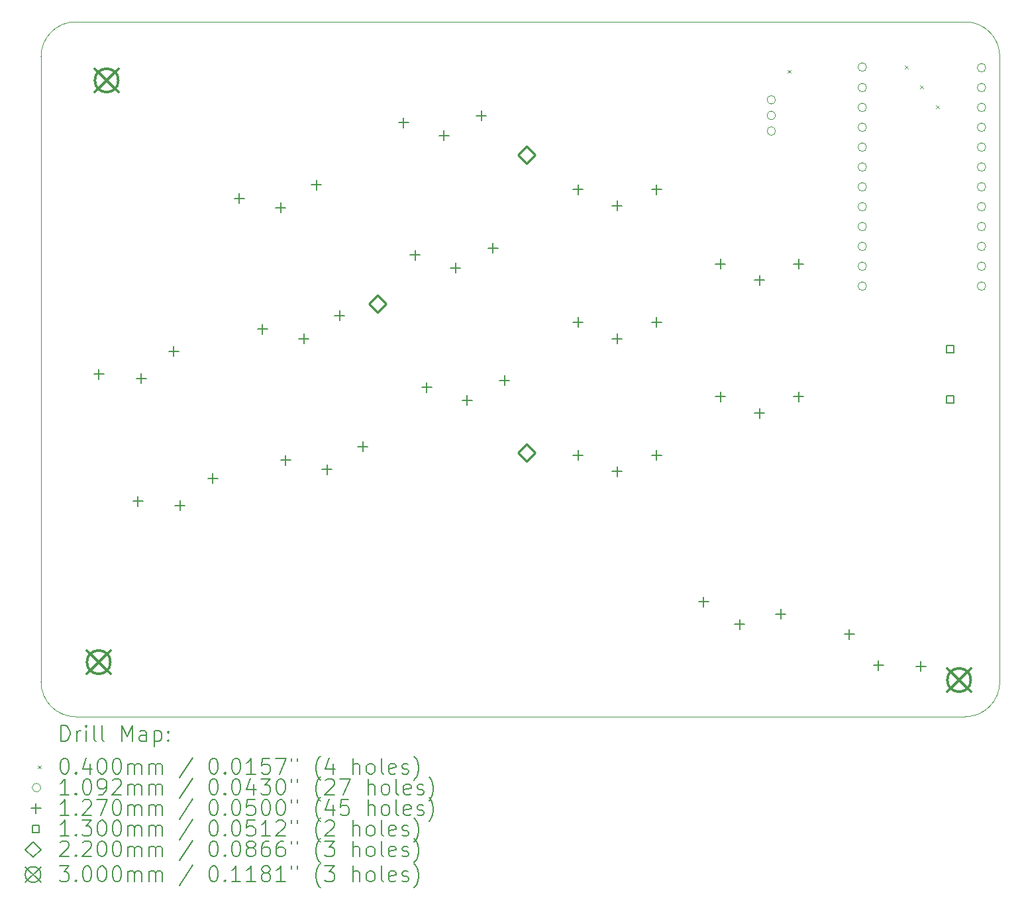
<source format=gbr>
%FSLAX45Y45*%
G04 Gerber Fmt 4.5, Leading zero omitted, Abs format (unit mm)*
G04 Created by KiCad (PCBNEW (6.0.4)) date 2022-07-31 18:16:25*
%MOMM*%
%LPD*%
G01*
G04 APERTURE LIST*
%TA.AperFunction,Profile*%
%ADD10C,0.050000*%
%TD*%
%ADD11C,0.200000*%
%ADD12C,0.040000*%
%ADD13C,0.109220*%
%ADD14C,0.127000*%
%ADD15C,0.130000*%
%ADD16C,0.220000*%
%ADD17C,0.300000*%
G04 APERTURE END LIST*
D10*
X16431618Y3825490D02*
X16431979Y11826325D01*
X4176475Y3825325D02*
G75*
G03*
X4620979Y3380825I444505J5D01*
G01*
X16431975Y11826325D02*
G75*
G03*
X15987479Y12270825I-444495J5D01*
G01*
X4620979Y3380825D02*
X15987118Y3380990D01*
X4176115Y11826612D02*
X4176479Y3825325D01*
X15987479Y12270825D02*
X4620615Y12271112D01*
X4620615Y12271112D02*
G75*
G03*
X4176115Y11826612I0J-444500D01*
G01*
X15987118Y3380991D02*
G75*
G03*
X16431618Y3825490I2J444499D01*
G01*
D11*
D12*
X13722043Y11656454D02*
X13762043Y11616454D01*
X13762043Y11656454D02*
X13722043Y11616454D01*
X15220000Y11711295D02*
X15260000Y11671295D01*
X15260000Y11711295D02*
X15220000Y11671295D01*
X15410459Y11455023D02*
X15450459Y11415023D01*
X15450459Y11455023D02*
X15410459Y11415023D01*
X15618978Y11200615D02*
X15658978Y11160615D01*
X15658978Y11200615D02*
X15618978Y11160615D01*
D13*
X13565589Y11273825D02*
G75*
G03*
X13565589Y11273825I-54610J0D01*
G01*
X13565589Y11073825D02*
G75*
G03*
X13565589Y11073825I-54610J0D01*
G01*
X13565589Y10873825D02*
G75*
G03*
X13565589Y10873825I-54610J0D01*
G01*
X14728331Y11692609D02*
G75*
G03*
X14728331Y11692609I-54610J0D01*
G01*
X14728331Y11430235D02*
G75*
G03*
X14728331Y11430235I-54610J0D01*
G01*
X14728331Y11176235D02*
G75*
G03*
X14728331Y11176235I-54610J0D01*
G01*
X14728331Y10922235D02*
G75*
G03*
X14728331Y10922235I-54610J0D01*
G01*
X14728331Y10668235D02*
G75*
G03*
X14728331Y10668235I-54610J0D01*
G01*
X14728331Y10414235D02*
G75*
G03*
X14728331Y10414235I-54610J0D01*
G01*
X14728331Y10160235D02*
G75*
G03*
X14728331Y10160235I-54610J0D01*
G01*
X14728331Y9906235D02*
G75*
G03*
X14728331Y9906235I-54610J0D01*
G01*
X14728331Y9652235D02*
G75*
G03*
X14728331Y9652235I-54610J0D01*
G01*
X14728331Y9398235D02*
G75*
G03*
X14728331Y9398235I-54610J0D01*
G01*
X14728331Y9144235D02*
G75*
G03*
X14728331Y9144235I-54610J0D01*
G01*
X14728331Y8890235D02*
G75*
G03*
X14728331Y8890235I-54610J0D01*
G01*
X16252331Y11684235D02*
G75*
G03*
X16252331Y11684235I-54610J0D01*
G01*
X16252331Y11430235D02*
G75*
G03*
X16252331Y11430235I-54610J0D01*
G01*
X16252331Y11176235D02*
G75*
G03*
X16252331Y11176235I-54610J0D01*
G01*
X16252331Y10922235D02*
G75*
G03*
X16252331Y10922235I-54610J0D01*
G01*
X16252331Y10668235D02*
G75*
G03*
X16252331Y10668235I-54610J0D01*
G01*
X16252331Y10414235D02*
G75*
G03*
X16252331Y10414235I-54610J0D01*
G01*
X16252331Y10160235D02*
G75*
G03*
X16252331Y10160235I-54610J0D01*
G01*
X16252331Y9906235D02*
G75*
G03*
X16252331Y9906235I-54610J0D01*
G01*
X16252331Y9652235D02*
G75*
G03*
X16252331Y9652235I-54610J0D01*
G01*
X16252331Y9398235D02*
G75*
G03*
X16252331Y9398235I-54610J0D01*
G01*
X16252331Y9144235D02*
G75*
G03*
X16252331Y9144235I-54610J0D01*
G01*
X16252331Y8890235D02*
G75*
G03*
X16252331Y8890235I-54610J0D01*
G01*
D14*
X4917175Y7826915D02*
X4917175Y7699915D01*
X4853675Y7763415D02*
X4980675Y7763415D01*
X5414207Y6201196D02*
X5414207Y6074196D01*
X5350707Y6137696D02*
X5477707Y6137696D01*
X5456725Y7772276D02*
X5456725Y7645276D01*
X5393225Y7708776D02*
X5520225Y7708776D01*
X5873479Y8119286D02*
X5873479Y7992286D01*
X5809979Y8055786D02*
X5936979Y8055786D01*
X5953757Y6146558D02*
X5953757Y6019558D01*
X5890257Y6083058D02*
X6017257Y6083058D01*
X6370511Y6493568D02*
X6370511Y6366568D01*
X6307011Y6430068D02*
X6434011Y6430068D01*
X6712293Y10076956D02*
X6712293Y9949956D01*
X6648793Y10013456D02*
X6775793Y10013456D01*
X7007495Y8402783D02*
X7007495Y8275782D01*
X6943995Y8339282D02*
X7070995Y8339282D01*
X7241163Y9956970D02*
X7241163Y9829970D01*
X7177663Y9893470D02*
X7304663Y9893470D01*
X7302697Y6728609D02*
X7302697Y6601609D01*
X7239197Y6665109D02*
X7366197Y6665109D01*
X7536365Y8282797D02*
X7536365Y8155797D01*
X7472865Y8219297D02*
X7599865Y8219297D01*
X7697101Y10250604D02*
X7697101Y10123604D01*
X7633601Y10187104D02*
X7760601Y10187104D01*
X7831567Y6608624D02*
X7831567Y6481624D01*
X7768067Y6545124D02*
X7895067Y6545124D01*
X7992303Y8576431D02*
X7992303Y8449431D01*
X7928803Y8512931D02*
X8055803Y8512931D01*
X8287505Y6902257D02*
X8287505Y6775257D01*
X8224005Y6838757D02*
X8351005Y6838757D01*
X8809021Y11046316D02*
X8809021Y10919316D01*
X8745521Y10982816D02*
X8872521Y10982816D01*
X8957186Y9352785D02*
X8957186Y9225785D01*
X8893686Y9289285D02*
X9020686Y9289285D01*
X9105351Y7659254D02*
X9105351Y7532254D01*
X9041851Y7595754D02*
X9168851Y7595754D01*
X9325422Y10880693D02*
X9325422Y10753693D01*
X9261922Y10817193D02*
X9388922Y10817193D01*
X9473586Y9187162D02*
X9473586Y9060162D01*
X9410086Y9123662D02*
X9537086Y9123662D01*
X9621751Y7493631D02*
X9621751Y7366631D01*
X9558251Y7430131D02*
X9685251Y7430131D01*
X9805216Y11133472D02*
X9805216Y11006472D01*
X9741716Y11069972D02*
X9868716Y11069972D01*
X9953381Y9439941D02*
X9953381Y9312941D01*
X9889881Y9376441D02*
X10016881Y9376441D01*
X10101546Y7746410D02*
X10101546Y7619410D01*
X10038046Y7682910D02*
X10165046Y7682910D01*
X11042479Y10191225D02*
X11042479Y10064225D01*
X10978979Y10127725D02*
X11105979Y10127725D01*
X11042479Y8491225D02*
X11042479Y8364225D01*
X10978979Y8427725D02*
X11105979Y8427725D01*
X11042479Y6791225D02*
X11042479Y6664225D01*
X10978979Y6727725D02*
X11105979Y6727725D01*
X11542479Y9981225D02*
X11542479Y9854225D01*
X11478979Y9917725D02*
X11605979Y9917725D01*
X11542479Y8281225D02*
X11542479Y8154225D01*
X11478979Y8217725D02*
X11605979Y8217725D01*
X11542479Y6581225D02*
X11542479Y6454225D01*
X11478979Y6517725D02*
X11605979Y6517725D01*
X12042479Y10191225D02*
X12042479Y10064225D01*
X11978979Y10127725D02*
X12105979Y10127725D01*
X12042479Y8491225D02*
X12042479Y8364225D01*
X11978979Y8427725D02*
X12105979Y8427725D01*
X12042479Y6791225D02*
X12042479Y6664225D01*
X11978979Y6727725D02*
X12105979Y6727725D01*
X12644243Y4914976D02*
X12644243Y4787976D01*
X12580743Y4851476D02*
X12707743Y4851476D01*
X12859949Y9237949D02*
X12859949Y9110949D01*
X12796449Y9174449D02*
X12923449Y9174449D01*
X12859949Y7537949D02*
X12859949Y7410949D01*
X12796449Y7474449D02*
X12923449Y7474449D01*
X13105236Y4629344D02*
X13105236Y4502344D01*
X13041736Y4565844D02*
X13168736Y4565844D01*
X13359949Y9027949D02*
X13359949Y8900949D01*
X13296449Y8964449D02*
X13423449Y8964449D01*
X13359949Y7327949D02*
X13359949Y7200949D01*
X13296449Y7264449D02*
X13423449Y7264449D01*
X13631932Y4758541D02*
X13631932Y4631541D01*
X13568432Y4695041D02*
X13695432Y4695041D01*
X13859949Y9237949D02*
X13859949Y9110949D01*
X13796449Y9174449D02*
X13923449Y9174449D01*
X13859949Y7537949D02*
X13859949Y7410949D01*
X13796449Y7474449D02*
X13923449Y7474449D01*
X14510067Y4498425D02*
X14510067Y4371425D01*
X14446567Y4434925D02*
X14573567Y4434925D01*
X14881425Y4103213D02*
X14881425Y3976213D01*
X14817925Y4039713D02*
X14944925Y4039713D01*
X15423613Y4091689D02*
X15423613Y3964689D01*
X15360113Y4028189D02*
X15487113Y4028189D01*
D15*
X15842941Y8041363D02*
X15842941Y8133288D01*
X15751017Y8133288D01*
X15751017Y8041363D01*
X15842941Y8041363D01*
X15842941Y7391363D02*
X15842941Y7483288D01*
X15751017Y7483288D01*
X15751017Y7391363D01*
X15842941Y7391363D01*
D16*
X8476092Y8554025D02*
X8586092Y8664025D01*
X8476092Y8774025D01*
X8366092Y8664025D01*
X8476092Y8554025D01*
X10381092Y10459025D02*
X10491092Y10569025D01*
X10381092Y10679025D01*
X10271092Y10569025D01*
X10381092Y10459025D01*
X10381092Y6649025D02*
X10491092Y6759025D01*
X10381092Y6869025D01*
X10271092Y6759025D01*
X10381092Y6649025D01*
D17*
X4763079Y4229325D02*
X5063079Y3929325D01*
X5063079Y4229325D02*
X4763079Y3929325D01*
X5063079Y4079325D02*
G75*
G03*
X5063079Y4079325I-150000J0D01*
G01*
X4864679Y11671525D02*
X5164679Y11371525D01*
X5164679Y11671525D02*
X4864679Y11371525D01*
X5164679Y11521525D02*
G75*
G03*
X5164679Y11521525I-150000J0D01*
G01*
X15761279Y4000725D02*
X16061279Y3700725D01*
X16061279Y4000725D02*
X15761279Y3700725D01*
X16061279Y3850725D02*
G75*
G03*
X16061279Y3850725I-150000J0D01*
G01*
D11*
X4431234Y3067849D02*
X4431234Y3267849D01*
X4478853Y3267849D01*
X4507424Y3258325D01*
X4526472Y3239278D01*
X4535996Y3220230D01*
X4545520Y3182135D01*
X4545520Y3153563D01*
X4535996Y3115468D01*
X4526472Y3096421D01*
X4507424Y3077373D01*
X4478853Y3067849D01*
X4431234Y3067849D01*
X4631234Y3067849D02*
X4631234Y3201182D01*
X4631234Y3163087D02*
X4640758Y3182135D01*
X4650282Y3191659D01*
X4669329Y3201182D01*
X4688377Y3201182D01*
X4755043Y3067849D02*
X4755043Y3201182D01*
X4755043Y3267849D02*
X4745520Y3258325D01*
X4755043Y3248801D01*
X4764567Y3258325D01*
X4755043Y3267849D01*
X4755043Y3248801D01*
X4878853Y3067849D02*
X4859805Y3077373D01*
X4850282Y3096421D01*
X4850282Y3267849D01*
X4983615Y3067849D02*
X4964567Y3077373D01*
X4955043Y3096421D01*
X4955043Y3267849D01*
X5212186Y3067849D02*
X5212186Y3267849D01*
X5278853Y3124992D01*
X5345520Y3267849D01*
X5345520Y3067849D01*
X5526472Y3067849D02*
X5526472Y3172611D01*
X5516948Y3191659D01*
X5497901Y3201182D01*
X5459805Y3201182D01*
X5440758Y3191659D01*
X5526472Y3077373D02*
X5507424Y3067849D01*
X5459805Y3067849D01*
X5440758Y3077373D01*
X5431234Y3096421D01*
X5431234Y3115468D01*
X5440758Y3134516D01*
X5459805Y3144040D01*
X5507424Y3144040D01*
X5526472Y3153563D01*
X5621710Y3201182D02*
X5621710Y3001182D01*
X5621710Y3191659D02*
X5640758Y3201182D01*
X5678853Y3201182D01*
X5697901Y3191659D01*
X5707424Y3182135D01*
X5716948Y3163087D01*
X5716948Y3105944D01*
X5707424Y3086897D01*
X5697901Y3077373D01*
X5678853Y3067849D01*
X5640758Y3067849D01*
X5621710Y3077373D01*
X5802662Y3086897D02*
X5812186Y3077373D01*
X5802662Y3067849D01*
X5793139Y3077373D01*
X5802662Y3086897D01*
X5802662Y3067849D01*
X5802662Y3191659D02*
X5812186Y3182135D01*
X5802662Y3172611D01*
X5793139Y3182135D01*
X5802662Y3191659D01*
X5802662Y3172611D01*
D12*
X4133615Y2758325D02*
X4173615Y2718325D01*
X4173615Y2758325D02*
X4133615Y2718325D01*
D11*
X4469329Y2847849D02*
X4488377Y2847849D01*
X4507424Y2838325D01*
X4516948Y2828801D01*
X4526472Y2809754D01*
X4535996Y2771659D01*
X4535996Y2724040D01*
X4526472Y2685944D01*
X4516948Y2666897D01*
X4507424Y2657373D01*
X4488377Y2647849D01*
X4469329Y2647849D01*
X4450282Y2657373D01*
X4440758Y2666897D01*
X4431234Y2685944D01*
X4421710Y2724040D01*
X4421710Y2771659D01*
X4431234Y2809754D01*
X4440758Y2828801D01*
X4450282Y2838325D01*
X4469329Y2847849D01*
X4621710Y2666897D02*
X4631234Y2657373D01*
X4621710Y2647849D01*
X4612186Y2657373D01*
X4621710Y2666897D01*
X4621710Y2647849D01*
X4802663Y2781183D02*
X4802663Y2647849D01*
X4755043Y2857373D02*
X4707424Y2714516D01*
X4831234Y2714516D01*
X4945520Y2847849D02*
X4964567Y2847849D01*
X4983615Y2838325D01*
X4993139Y2828801D01*
X5002663Y2809754D01*
X5012186Y2771659D01*
X5012186Y2724040D01*
X5002663Y2685944D01*
X4993139Y2666897D01*
X4983615Y2657373D01*
X4964567Y2647849D01*
X4945520Y2647849D01*
X4926472Y2657373D01*
X4916948Y2666897D01*
X4907424Y2685944D01*
X4897901Y2724040D01*
X4897901Y2771659D01*
X4907424Y2809754D01*
X4916948Y2828801D01*
X4926472Y2838325D01*
X4945520Y2847849D01*
X5135996Y2847849D02*
X5155043Y2847849D01*
X5174091Y2838325D01*
X5183615Y2828801D01*
X5193139Y2809754D01*
X5202663Y2771659D01*
X5202663Y2724040D01*
X5193139Y2685944D01*
X5183615Y2666897D01*
X5174091Y2657373D01*
X5155043Y2647849D01*
X5135996Y2647849D01*
X5116948Y2657373D01*
X5107424Y2666897D01*
X5097901Y2685944D01*
X5088377Y2724040D01*
X5088377Y2771659D01*
X5097901Y2809754D01*
X5107424Y2828801D01*
X5116948Y2838325D01*
X5135996Y2847849D01*
X5288377Y2647849D02*
X5288377Y2781183D01*
X5288377Y2762135D02*
X5297901Y2771659D01*
X5316948Y2781183D01*
X5345520Y2781183D01*
X5364567Y2771659D01*
X5374091Y2752611D01*
X5374091Y2647849D01*
X5374091Y2752611D02*
X5383615Y2771659D01*
X5402663Y2781183D01*
X5431234Y2781183D01*
X5450282Y2771659D01*
X5459805Y2752611D01*
X5459805Y2647849D01*
X5555043Y2647849D02*
X5555043Y2781183D01*
X5555043Y2762135D02*
X5564567Y2771659D01*
X5583615Y2781183D01*
X5612186Y2781183D01*
X5631234Y2771659D01*
X5640758Y2752611D01*
X5640758Y2647849D01*
X5640758Y2752611D02*
X5650281Y2771659D01*
X5669329Y2781183D01*
X5697901Y2781183D01*
X5716948Y2771659D01*
X5726472Y2752611D01*
X5726472Y2647849D01*
X6116948Y2857373D02*
X5945520Y2600230D01*
X6374091Y2847849D02*
X6393139Y2847849D01*
X6412186Y2838325D01*
X6421710Y2828801D01*
X6431234Y2809754D01*
X6440758Y2771659D01*
X6440758Y2724040D01*
X6431234Y2685944D01*
X6421710Y2666897D01*
X6412186Y2657373D01*
X6393139Y2647849D01*
X6374091Y2647849D01*
X6355043Y2657373D01*
X6345520Y2666897D01*
X6335996Y2685944D01*
X6326472Y2724040D01*
X6326472Y2771659D01*
X6335996Y2809754D01*
X6345520Y2828801D01*
X6355043Y2838325D01*
X6374091Y2847849D01*
X6526472Y2666897D02*
X6535996Y2657373D01*
X6526472Y2647849D01*
X6516948Y2657373D01*
X6526472Y2666897D01*
X6526472Y2647849D01*
X6659805Y2847849D02*
X6678853Y2847849D01*
X6697901Y2838325D01*
X6707424Y2828801D01*
X6716948Y2809754D01*
X6726472Y2771659D01*
X6726472Y2724040D01*
X6716948Y2685944D01*
X6707424Y2666897D01*
X6697901Y2657373D01*
X6678853Y2647849D01*
X6659805Y2647849D01*
X6640758Y2657373D01*
X6631234Y2666897D01*
X6621710Y2685944D01*
X6612186Y2724040D01*
X6612186Y2771659D01*
X6621710Y2809754D01*
X6631234Y2828801D01*
X6640758Y2838325D01*
X6659805Y2847849D01*
X6916948Y2647849D02*
X6802662Y2647849D01*
X6859805Y2647849D02*
X6859805Y2847849D01*
X6840758Y2819278D01*
X6821710Y2800230D01*
X6802662Y2790706D01*
X7097901Y2847849D02*
X7002662Y2847849D01*
X6993139Y2752611D01*
X7002662Y2762135D01*
X7021710Y2771659D01*
X7069329Y2771659D01*
X7088377Y2762135D01*
X7097901Y2752611D01*
X7107424Y2733563D01*
X7107424Y2685944D01*
X7097901Y2666897D01*
X7088377Y2657373D01*
X7069329Y2647849D01*
X7021710Y2647849D01*
X7002662Y2657373D01*
X6993139Y2666897D01*
X7174091Y2847849D02*
X7307424Y2847849D01*
X7221710Y2647849D01*
X7374091Y2847849D02*
X7374091Y2809754D01*
X7450281Y2847849D02*
X7450281Y2809754D01*
X7745520Y2571659D02*
X7735996Y2581183D01*
X7716948Y2609754D01*
X7707424Y2628802D01*
X7697901Y2657373D01*
X7688377Y2704992D01*
X7688377Y2743087D01*
X7697901Y2790706D01*
X7707424Y2819278D01*
X7716948Y2838325D01*
X7735996Y2866897D01*
X7745520Y2876421D01*
X7907424Y2781183D02*
X7907424Y2647849D01*
X7859805Y2857373D02*
X7812186Y2714516D01*
X7935996Y2714516D01*
X8164567Y2647849D02*
X8164567Y2847849D01*
X8250281Y2647849D02*
X8250281Y2752611D01*
X8240758Y2771659D01*
X8221710Y2781183D01*
X8193139Y2781183D01*
X8174091Y2771659D01*
X8164567Y2762135D01*
X8374091Y2647849D02*
X8355043Y2657373D01*
X8345520Y2666897D01*
X8335996Y2685944D01*
X8335996Y2743087D01*
X8345520Y2762135D01*
X8355043Y2771659D01*
X8374091Y2781183D01*
X8402663Y2781183D01*
X8421710Y2771659D01*
X8431234Y2762135D01*
X8440758Y2743087D01*
X8440758Y2685944D01*
X8431234Y2666897D01*
X8421710Y2657373D01*
X8402663Y2647849D01*
X8374091Y2647849D01*
X8555043Y2647849D02*
X8535996Y2657373D01*
X8526472Y2676421D01*
X8526472Y2847849D01*
X8707424Y2657373D02*
X8688377Y2647849D01*
X8650282Y2647849D01*
X8631234Y2657373D01*
X8621710Y2676421D01*
X8621710Y2752611D01*
X8631234Y2771659D01*
X8650282Y2781183D01*
X8688377Y2781183D01*
X8707424Y2771659D01*
X8716948Y2752611D01*
X8716948Y2733563D01*
X8621710Y2714516D01*
X8793139Y2657373D02*
X8812186Y2647849D01*
X8850282Y2647849D01*
X8869329Y2657373D01*
X8878853Y2676421D01*
X8878853Y2685944D01*
X8869329Y2704992D01*
X8850282Y2714516D01*
X8821710Y2714516D01*
X8802663Y2724040D01*
X8793139Y2743087D01*
X8793139Y2752611D01*
X8802663Y2771659D01*
X8821710Y2781183D01*
X8850282Y2781183D01*
X8869329Y2771659D01*
X8945520Y2571659D02*
X8955043Y2581183D01*
X8974091Y2609754D01*
X8983615Y2628802D01*
X8993139Y2657373D01*
X9002663Y2704992D01*
X9002663Y2743087D01*
X8993139Y2790706D01*
X8983615Y2819278D01*
X8974091Y2838325D01*
X8955043Y2866897D01*
X8945520Y2876421D01*
D13*
X4173615Y2474325D02*
G75*
G03*
X4173615Y2474325I-54610J0D01*
G01*
D11*
X4535996Y2383849D02*
X4421710Y2383849D01*
X4478853Y2383849D02*
X4478853Y2583849D01*
X4459805Y2555278D01*
X4440758Y2536230D01*
X4421710Y2526706D01*
X4621710Y2402897D02*
X4631234Y2393373D01*
X4621710Y2383849D01*
X4612186Y2393373D01*
X4621710Y2402897D01*
X4621710Y2383849D01*
X4755043Y2583849D02*
X4774091Y2583849D01*
X4793139Y2574325D01*
X4802663Y2564802D01*
X4812186Y2545754D01*
X4821710Y2507659D01*
X4821710Y2460040D01*
X4812186Y2421944D01*
X4802663Y2402897D01*
X4793139Y2393373D01*
X4774091Y2383849D01*
X4755043Y2383849D01*
X4735996Y2393373D01*
X4726472Y2402897D01*
X4716948Y2421944D01*
X4707424Y2460040D01*
X4707424Y2507659D01*
X4716948Y2545754D01*
X4726472Y2564802D01*
X4735996Y2574325D01*
X4755043Y2583849D01*
X4916948Y2383849D02*
X4955043Y2383849D01*
X4974091Y2393373D01*
X4983615Y2402897D01*
X5002663Y2431468D01*
X5012186Y2469563D01*
X5012186Y2545754D01*
X5002663Y2564802D01*
X4993139Y2574325D01*
X4974091Y2583849D01*
X4935996Y2583849D01*
X4916948Y2574325D01*
X4907424Y2564802D01*
X4897901Y2545754D01*
X4897901Y2498135D01*
X4907424Y2479087D01*
X4916948Y2469563D01*
X4935996Y2460040D01*
X4974091Y2460040D01*
X4993139Y2469563D01*
X5002663Y2479087D01*
X5012186Y2498135D01*
X5088377Y2564802D02*
X5097901Y2574325D01*
X5116948Y2583849D01*
X5164567Y2583849D01*
X5183615Y2574325D01*
X5193139Y2564802D01*
X5202663Y2545754D01*
X5202663Y2526706D01*
X5193139Y2498135D01*
X5078853Y2383849D01*
X5202663Y2383849D01*
X5288377Y2383849D02*
X5288377Y2517183D01*
X5288377Y2498135D02*
X5297901Y2507659D01*
X5316948Y2517183D01*
X5345520Y2517183D01*
X5364567Y2507659D01*
X5374091Y2488611D01*
X5374091Y2383849D01*
X5374091Y2488611D02*
X5383615Y2507659D01*
X5402663Y2517183D01*
X5431234Y2517183D01*
X5450282Y2507659D01*
X5459805Y2488611D01*
X5459805Y2383849D01*
X5555043Y2383849D02*
X5555043Y2517183D01*
X5555043Y2498135D02*
X5564567Y2507659D01*
X5583615Y2517183D01*
X5612186Y2517183D01*
X5631234Y2507659D01*
X5640758Y2488611D01*
X5640758Y2383849D01*
X5640758Y2488611D02*
X5650281Y2507659D01*
X5669329Y2517183D01*
X5697901Y2517183D01*
X5716948Y2507659D01*
X5726472Y2488611D01*
X5726472Y2383849D01*
X6116948Y2593373D02*
X5945520Y2336230D01*
X6374091Y2583849D02*
X6393139Y2583849D01*
X6412186Y2574325D01*
X6421710Y2564802D01*
X6431234Y2545754D01*
X6440758Y2507659D01*
X6440758Y2460040D01*
X6431234Y2421944D01*
X6421710Y2402897D01*
X6412186Y2393373D01*
X6393139Y2383849D01*
X6374091Y2383849D01*
X6355043Y2393373D01*
X6345520Y2402897D01*
X6335996Y2421944D01*
X6326472Y2460040D01*
X6326472Y2507659D01*
X6335996Y2545754D01*
X6345520Y2564802D01*
X6355043Y2574325D01*
X6374091Y2583849D01*
X6526472Y2402897D02*
X6535996Y2393373D01*
X6526472Y2383849D01*
X6516948Y2393373D01*
X6526472Y2402897D01*
X6526472Y2383849D01*
X6659805Y2583849D02*
X6678853Y2583849D01*
X6697901Y2574325D01*
X6707424Y2564802D01*
X6716948Y2545754D01*
X6726472Y2507659D01*
X6726472Y2460040D01*
X6716948Y2421944D01*
X6707424Y2402897D01*
X6697901Y2393373D01*
X6678853Y2383849D01*
X6659805Y2383849D01*
X6640758Y2393373D01*
X6631234Y2402897D01*
X6621710Y2421944D01*
X6612186Y2460040D01*
X6612186Y2507659D01*
X6621710Y2545754D01*
X6631234Y2564802D01*
X6640758Y2574325D01*
X6659805Y2583849D01*
X6897901Y2517183D02*
X6897901Y2383849D01*
X6850281Y2593373D02*
X6802662Y2450516D01*
X6926472Y2450516D01*
X6983615Y2583849D02*
X7107424Y2583849D01*
X7040758Y2507659D01*
X7069329Y2507659D01*
X7088377Y2498135D01*
X7097901Y2488611D01*
X7107424Y2469563D01*
X7107424Y2421944D01*
X7097901Y2402897D01*
X7088377Y2393373D01*
X7069329Y2383849D01*
X7012186Y2383849D01*
X6993139Y2393373D01*
X6983615Y2402897D01*
X7231234Y2583849D02*
X7250281Y2583849D01*
X7269329Y2574325D01*
X7278853Y2564802D01*
X7288377Y2545754D01*
X7297901Y2507659D01*
X7297901Y2460040D01*
X7288377Y2421944D01*
X7278853Y2402897D01*
X7269329Y2393373D01*
X7250281Y2383849D01*
X7231234Y2383849D01*
X7212186Y2393373D01*
X7202662Y2402897D01*
X7193139Y2421944D01*
X7183615Y2460040D01*
X7183615Y2507659D01*
X7193139Y2545754D01*
X7202662Y2564802D01*
X7212186Y2574325D01*
X7231234Y2583849D01*
X7374091Y2583849D02*
X7374091Y2545754D01*
X7450281Y2583849D02*
X7450281Y2545754D01*
X7745520Y2307659D02*
X7735996Y2317183D01*
X7716948Y2345754D01*
X7707424Y2364802D01*
X7697901Y2393373D01*
X7688377Y2440992D01*
X7688377Y2479087D01*
X7697901Y2526706D01*
X7707424Y2555278D01*
X7716948Y2574325D01*
X7735996Y2602897D01*
X7745520Y2612421D01*
X7812186Y2564802D02*
X7821710Y2574325D01*
X7840758Y2583849D01*
X7888377Y2583849D01*
X7907424Y2574325D01*
X7916948Y2564802D01*
X7926472Y2545754D01*
X7926472Y2526706D01*
X7916948Y2498135D01*
X7802662Y2383849D01*
X7926472Y2383849D01*
X7993139Y2583849D02*
X8126472Y2583849D01*
X8040758Y2383849D01*
X8355043Y2383849D02*
X8355043Y2583849D01*
X8440758Y2383849D02*
X8440758Y2488611D01*
X8431234Y2507659D01*
X8412186Y2517183D01*
X8383615Y2517183D01*
X8364567Y2507659D01*
X8355043Y2498135D01*
X8564567Y2383849D02*
X8545520Y2393373D01*
X8535996Y2402897D01*
X8526472Y2421944D01*
X8526472Y2479087D01*
X8535996Y2498135D01*
X8545520Y2507659D01*
X8564567Y2517183D01*
X8593139Y2517183D01*
X8612186Y2507659D01*
X8621710Y2498135D01*
X8631234Y2479087D01*
X8631234Y2421944D01*
X8621710Y2402897D01*
X8612186Y2393373D01*
X8593139Y2383849D01*
X8564567Y2383849D01*
X8745520Y2383849D02*
X8726472Y2393373D01*
X8716948Y2412421D01*
X8716948Y2583849D01*
X8897901Y2393373D02*
X8878853Y2383849D01*
X8840758Y2383849D01*
X8821710Y2393373D01*
X8812186Y2412421D01*
X8812186Y2488611D01*
X8821710Y2507659D01*
X8840758Y2517183D01*
X8878853Y2517183D01*
X8897901Y2507659D01*
X8907424Y2488611D01*
X8907424Y2469563D01*
X8812186Y2450516D01*
X8983615Y2393373D02*
X9002663Y2383849D01*
X9040758Y2383849D01*
X9059805Y2393373D01*
X9069329Y2412421D01*
X9069329Y2421944D01*
X9059805Y2440992D01*
X9040758Y2450516D01*
X9012186Y2450516D01*
X8993139Y2460040D01*
X8983615Y2479087D01*
X8983615Y2488611D01*
X8993139Y2507659D01*
X9012186Y2517183D01*
X9040758Y2517183D01*
X9059805Y2507659D01*
X9135996Y2307659D02*
X9145520Y2317183D01*
X9164567Y2345754D01*
X9174091Y2364802D01*
X9183615Y2393373D01*
X9193139Y2440992D01*
X9193139Y2479087D01*
X9183615Y2526706D01*
X9174091Y2555278D01*
X9164567Y2574325D01*
X9145520Y2602897D01*
X9135996Y2612421D01*
D14*
X4110115Y2273825D02*
X4110115Y2146825D01*
X4046615Y2210325D02*
X4173615Y2210325D01*
D11*
X4535996Y2119849D02*
X4421710Y2119849D01*
X4478853Y2119849D02*
X4478853Y2319849D01*
X4459805Y2291278D01*
X4440758Y2272230D01*
X4421710Y2262706D01*
X4621710Y2138897D02*
X4631234Y2129373D01*
X4621710Y2119849D01*
X4612186Y2129373D01*
X4621710Y2138897D01*
X4621710Y2119849D01*
X4707424Y2300802D02*
X4716948Y2310325D01*
X4735996Y2319849D01*
X4783615Y2319849D01*
X4802663Y2310325D01*
X4812186Y2300802D01*
X4821710Y2281754D01*
X4821710Y2262706D01*
X4812186Y2234135D01*
X4697901Y2119849D01*
X4821710Y2119849D01*
X4888377Y2319849D02*
X5021710Y2319849D01*
X4935996Y2119849D01*
X5135996Y2319849D02*
X5155043Y2319849D01*
X5174091Y2310325D01*
X5183615Y2300802D01*
X5193139Y2281754D01*
X5202663Y2243659D01*
X5202663Y2196040D01*
X5193139Y2157944D01*
X5183615Y2138897D01*
X5174091Y2129373D01*
X5155043Y2119849D01*
X5135996Y2119849D01*
X5116948Y2129373D01*
X5107424Y2138897D01*
X5097901Y2157944D01*
X5088377Y2196040D01*
X5088377Y2243659D01*
X5097901Y2281754D01*
X5107424Y2300802D01*
X5116948Y2310325D01*
X5135996Y2319849D01*
X5288377Y2119849D02*
X5288377Y2253183D01*
X5288377Y2234135D02*
X5297901Y2243659D01*
X5316948Y2253183D01*
X5345520Y2253183D01*
X5364567Y2243659D01*
X5374091Y2224611D01*
X5374091Y2119849D01*
X5374091Y2224611D02*
X5383615Y2243659D01*
X5402663Y2253183D01*
X5431234Y2253183D01*
X5450282Y2243659D01*
X5459805Y2224611D01*
X5459805Y2119849D01*
X5555043Y2119849D02*
X5555043Y2253183D01*
X5555043Y2234135D02*
X5564567Y2243659D01*
X5583615Y2253183D01*
X5612186Y2253183D01*
X5631234Y2243659D01*
X5640758Y2224611D01*
X5640758Y2119849D01*
X5640758Y2224611D02*
X5650281Y2243659D01*
X5669329Y2253183D01*
X5697901Y2253183D01*
X5716948Y2243659D01*
X5726472Y2224611D01*
X5726472Y2119849D01*
X6116948Y2329373D02*
X5945520Y2072230D01*
X6374091Y2319849D02*
X6393139Y2319849D01*
X6412186Y2310325D01*
X6421710Y2300802D01*
X6431234Y2281754D01*
X6440758Y2243659D01*
X6440758Y2196040D01*
X6431234Y2157944D01*
X6421710Y2138897D01*
X6412186Y2129373D01*
X6393139Y2119849D01*
X6374091Y2119849D01*
X6355043Y2129373D01*
X6345520Y2138897D01*
X6335996Y2157944D01*
X6326472Y2196040D01*
X6326472Y2243659D01*
X6335996Y2281754D01*
X6345520Y2300802D01*
X6355043Y2310325D01*
X6374091Y2319849D01*
X6526472Y2138897D02*
X6535996Y2129373D01*
X6526472Y2119849D01*
X6516948Y2129373D01*
X6526472Y2138897D01*
X6526472Y2119849D01*
X6659805Y2319849D02*
X6678853Y2319849D01*
X6697901Y2310325D01*
X6707424Y2300802D01*
X6716948Y2281754D01*
X6726472Y2243659D01*
X6726472Y2196040D01*
X6716948Y2157944D01*
X6707424Y2138897D01*
X6697901Y2129373D01*
X6678853Y2119849D01*
X6659805Y2119849D01*
X6640758Y2129373D01*
X6631234Y2138897D01*
X6621710Y2157944D01*
X6612186Y2196040D01*
X6612186Y2243659D01*
X6621710Y2281754D01*
X6631234Y2300802D01*
X6640758Y2310325D01*
X6659805Y2319849D01*
X6907424Y2319849D02*
X6812186Y2319849D01*
X6802662Y2224611D01*
X6812186Y2234135D01*
X6831234Y2243659D01*
X6878853Y2243659D01*
X6897901Y2234135D01*
X6907424Y2224611D01*
X6916948Y2205563D01*
X6916948Y2157944D01*
X6907424Y2138897D01*
X6897901Y2129373D01*
X6878853Y2119849D01*
X6831234Y2119849D01*
X6812186Y2129373D01*
X6802662Y2138897D01*
X7040758Y2319849D02*
X7059805Y2319849D01*
X7078853Y2310325D01*
X7088377Y2300802D01*
X7097901Y2281754D01*
X7107424Y2243659D01*
X7107424Y2196040D01*
X7097901Y2157944D01*
X7088377Y2138897D01*
X7078853Y2129373D01*
X7059805Y2119849D01*
X7040758Y2119849D01*
X7021710Y2129373D01*
X7012186Y2138897D01*
X7002662Y2157944D01*
X6993139Y2196040D01*
X6993139Y2243659D01*
X7002662Y2281754D01*
X7012186Y2300802D01*
X7021710Y2310325D01*
X7040758Y2319849D01*
X7231234Y2319849D02*
X7250281Y2319849D01*
X7269329Y2310325D01*
X7278853Y2300802D01*
X7288377Y2281754D01*
X7297901Y2243659D01*
X7297901Y2196040D01*
X7288377Y2157944D01*
X7278853Y2138897D01*
X7269329Y2129373D01*
X7250281Y2119849D01*
X7231234Y2119849D01*
X7212186Y2129373D01*
X7202662Y2138897D01*
X7193139Y2157944D01*
X7183615Y2196040D01*
X7183615Y2243659D01*
X7193139Y2281754D01*
X7202662Y2300802D01*
X7212186Y2310325D01*
X7231234Y2319849D01*
X7374091Y2319849D02*
X7374091Y2281754D01*
X7450281Y2319849D02*
X7450281Y2281754D01*
X7745520Y2043659D02*
X7735996Y2053182D01*
X7716948Y2081754D01*
X7707424Y2100802D01*
X7697901Y2129373D01*
X7688377Y2176992D01*
X7688377Y2215087D01*
X7697901Y2262706D01*
X7707424Y2291278D01*
X7716948Y2310325D01*
X7735996Y2338897D01*
X7745520Y2348421D01*
X7907424Y2253183D02*
X7907424Y2119849D01*
X7859805Y2329373D02*
X7812186Y2186516D01*
X7935996Y2186516D01*
X8107424Y2319849D02*
X8012186Y2319849D01*
X8002662Y2224611D01*
X8012186Y2234135D01*
X8031234Y2243659D01*
X8078853Y2243659D01*
X8097901Y2234135D01*
X8107424Y2224611D01*
X8116948Y2205563D01*
X8116948Y2157944D01*
X8107424Y2138897D01*
X8097901Y2129373D01*
X8078853Y2119849D01*
X8031234Y2119849D01*
X8012186Y2129373D01*
X8002662Y2138897D01*
X8355043Y2119849D02*
X8355043Y2319849D01*
X8440758Y2119849D02*
X8440758Y2224611D01*
X8431234Y2243659D01*
X8412186Y2253183D01*
X8383615Y2253183D01*
X8364567Y2243659D01*
X8355043Y2234135D01*
X8564567Y2119849D02*
X8545520Y2129373D01*
X8535996Y2138897D01*
X8526472Y2157944D01*
X8526472Y2215087D01*
X8535996Y2234135D01*
X8545520Y2243659D01*
X8564567Y2253183D01*
X8593139Y2253183D01*
X8612186Y2243659D01*
X8621710Y2234135D01*
X8631234Y2215087D01*
X8631234Y2157944D01*
X8621710Y2138897D01*
X8612186Y2129373D01*
X8593139Y2119849D01*
X8564567Y2119849D01*
X8745520Y2119849D02*
X8726472Y2129373D01*
X8716948Y2148421D01*
X8716948Y2319849D01*
X8897901Y2129373D02*
X8878853Y2119849D01*
X8840758Y2119849D01*
X8821710Y2129373D01*
X8812186Y2148421D01*
X8812186Y2224611D01*
X8821710Y2243659D01*
X8840758Y2253183D01*
X8878853Y2253183D01*
X8897901Y2243659D01*
X8907424Y2224611D01*
X8907424Y2205563D01*
X8812186Y2186516D01*
X8983615Y2129373D02*
X9002663Y2119849D01*
X9040758Y2119849D01*
X9059805Y2129373D01*
X9069329Y2148421D01*
X9069329Y2157944D01*
X9059805Y2176992D01*
X9040758Y2186516D01*
X9012186Y2186516D01*
X8993139Y2196040D01*
X8983615Y2215087D01*
X8983615Y2224611D01*
X8993139Y2243659D01*
X9012186Y2253183D01*
X9040758Y2253183D01*
X9059805Y2243659D01*
X9135996Y2043659D02*
X9145520Y2053182D01*
X9164567Y2081754D01*
X9174091Y2100802D01*
X9183615Y2129373D01*
X9193139Y2176992D01*
X9193139Y2215087D01*
X9183615Y2262706D01*
X9174091Y2291278D01*
X9164567Y2310325D01*
X9145520Y2338897D01*
X9135996Y2348421D01*
D15*
X4154577Y1900363D02*
X4154577Y1992288D01*
X4062652Y1992288D01*
X4062652Y1900363D01*
X4154577Y1900363D01*
D11*
X4535996Y1855849D02*
X4421710Y1855849D01*
X4478853Y1855849D02*
X4478853Y2055849D01*
X4459805Y2027278D01*
X4440758Y2008230D01*
X4421710Y1998706D01*
X4621710Y1874897D02*
X4631234Y1865373D01*
X4621710Y1855849D01*
X4612186Y1865373D01*
X4621710Y1874897D01*
X4621710Y1855849D01*
X4697901Y2055849D02*
X4821710Y2055849D01*
X4755043Y1979659D01*
X4783615Y1979659D01*
X4802663Y1970135D01*
X4812186Y1960611D01*
X4821710Y1941563D01*
X4821710Y1893944D01*
X4812186Y1874897D01*
X4802663Y1865373D01*
X4783615Y1855849D01*
X4726472Y1855849D01*
X4707424Y1865373D01*
X4697901Y1874897D01*
X4945520Y2055849D02*
X4964567Y2055849D01*
X4983615Y2046325D01*
X4993139Y2036801D01*
X5002663Y2017754D01*
X5012186Y1979659D01*
X5012186Y1932040D01*
X5002663Y1893944D01*
X4993139Y1874897D01*
X4983615Y1865373D01*
X4964567Y1855849D01*
X4945520Y1855849D01*
X4926472Y1865373D01*
X4916948Y1874897D01*
X4907424Y1893944D01*
X4897901Y1932040D01*
X4897901Y1979659D01*
X4907424Y2017754D01*
X4916948Y2036801D01*
X4926472Y2046325D01*
X4945520Y2055849D01*
X5135996Y2055849D02*
X5155043Y2055849D01*
X5174091Y2046325D01*
X5183615Y2036801D01*
X5193139Y2017754D01*
X5202663Y1979659D01*
X5202663Y1932040D01*
X5193139Y1893944D01*
X5183615Y1874897D01*
X5174091Y1865373D01*
X5155043Y1855849D01*
X5135996Y1855849D01*
X5116948Y1865373D01*
X5107424Y1874897D01*
X5097901Y1893944D01*
X5088377Y1932040D01*
X5088377Y1979659D01*
X5097901Y2017754D01*
X5107424Y2036801D01*
X5116948Y2046325D01*
X5135996Y2055849D01*
X5288377Y1855849D02*
X5288377Y1989182D01*
X5288377Y1970135D02*
X5297901Y1979659D01*
X5316948Y1989182D01*
X5345520Y1989182D01*
X5364567Y1979659D01*
X5374091Y1960611D01*
X5374091Y1855849D01*
X5374091Y1960611D02*
X5383615Y1979659D01*
X5402663Y1989182D01*
X5431234Y1989182D01*
X5450282Y1979659D01*
X5459805Y1960611D01*
X5459805Y1855849D01*
X5555043Y1855849D02*
X5555043Y1989182D01*
X5555043Y1970135D02*
X5564567Y1979659D01*
X5583615Y1989182D01*
X5612186Y1989182D01*
X5631234Y1979659D01*
X5640758Y1960611D01*
X5640758Y1855849D01*
X5640758Y1960611D02*
X5650281Y1979659D01*
X5669329Y1989182D01*
X5697901Y1989182D01*
X5716948Y1979659D01*
X5726472Y1960611D01*
X5726472Y1855849D01*
X6116948Y2065373D02*
X5945520Y1808230D01*
X6374091Y2055849D02*
X6393139Y2055849D01*
X6412186Y2046325D01*
X6421710Y2036801D01*
X6431234Y2017754D01*
X6440758Y1979659D01*
X6440758Y1932040D01*
X6431234Y1893944D01*
X6421710Y1874897D01*
X6412186Y1865373D01*
X6393139Y1855849D01*
X6374091Y1855849D01*
X6355043Y1865373D01*
X6345520Y1874897D01*
X6335996Y1893944D01*
X6326472Y1932040D01*
X6326472Y1979659D01*
X6335996Y2017754D01*
X6345520Y2036801D01*
X6355043Y2046325D01*
X6374091Y2055849D01*
X6526472Y1874897D02*
X6535996Y1865373D01*
X6526472Y1855849D01*
X6516948Y1865373D01*
X6526472Y1874897D01*
X6526472Y1855849D01*
X6659805Y2055849D02*
X6678853Y2055849D01*
X6697901Y2046325D01*
X6707424Y2036801D01*
X6716948Y2017754D01*
X6726472Y1979659D01*
X6726472Y1932040D01*
X6716948Y1893944D01*
X6707424Y1874897D01*
X6697901Y1865373D01*
X6678853Y1855849D01*
X6659805Y1855849D01*
X6640758Y1865373D01*
X6631234Y1874897D01*
X6621710Y1893944D01*
X6612186Y1932040D01*
X6612186Y1979659D01*
X6621710Y2017754D01*
X6631234Y2036801D01*
X6640758Y2046325D01*
X6659805Y2055849D01*
X6907424Y2055849D02*
X6812186Y2055849D01*
X6802662Y1960611D01*
X6812186Y1970135D01*
X6831234Y1979659D01*
X6878853Y1979659D01*
X6897901Y1970135D01*
X6907424Y1960611D01*
X6916948Y1941563D01*
X6916948Y1893944D01*
X6907424Y1874897D01*
X6897901Y1865373D01*
X6878853Y1855849D01*
X6831234Y1855849D01*
X6812186Y1865373D01*
X6802662Y1874897D01*
X7107424Y1855849D02*
X6993139Y1855849D01*
X7050281Y1855849D02*
X7050281Y2055849D01*
X7031234Y2027278D01*
X7012186Y2008230D01*
X6993139Y1998706D01*
X7183615Y2036801D02*
X7193139Y2046325D01*
X7212186Y2055849D01*
X7259805Y2055849D01*
X7278853Y2046325D01*
X7288377Y2036801D01*
X7297901Y2017754D01*
X7297901Y1998706D01*
X7288377Y1970135D01*
X7174091Y1855849D01*
X7297901Y1855849D01*
X7374091Y2055849D02*
X7374091Y2017754D01*
X7450281Y2055849D02*
X7450281Y2017754D01*
X7745520Y1779659D02*
X7735996Y1789182D01*
X7716948Y1817754D01*
X7707424Y1836801D01*
X7697901Y1865373D01*
X7688377Y1912992D01*
X7688377Y1951087D01*
X7697901Y1998706D01*
X7707424Y2027278D01*
X7716948Y2046325D01*
X7735996Y2074897D01*
X7745520Y2084421D01*
X7812186Y2036801D02*
X7821710Y2046325D01*
X7840758Y2055849D01*
X7888377Y2055849D01*
X7907424Y2046325D01*
X7916948Y2036801D01*
X7926472Y2017754D01*
X7926472Y1998706D01*
X7916948Y1970135D01*
X7802662Y1855849D01*
X7926472Y1855849D01*
X8164567Y1855849D02*
X8164567Y2055849D01*
X8250281Y1855849D02*
X8250281Y1960611D01*
X8240758Y1979659D01*
X8221710Y1989182D01*
X8193139Y1989182D01*
X8174091Y1979659D01*
X8164567Y1970135D01*
X8374091Y1855849D02*
X8355043Y1865373D01*
X8345520Y1874897D01*
X8335996Y1893944D01*
X8335996Y1951087D01*
X8345520Y1970135D01*
X8355043Y1979659D01*
X8374091Y1989182D01*
X8402663Y1989182D01*
X8421710Y1979659D01*
X8431234Y1970135D01*
X8440758Y1951087D01*
X8440758Y1893944D01*
X8431234Y1874897D01*
X8421710Y1865373D01*
X8402663Y1855849D01*
X8374091Y1855849D01*
X8555043Y1855849D02*
X8535996Y1865373D01*
X8526472Y1884421D01*
X8526472Y2055849D01*
X8707424Y1865373D02*
X8688377Y1855849D01*
X8650282Y1855849D01*
X8631234Y1865373D01*
X8621710Y1884421D01*
X8621710Y1960611D01*
X8631234Y1979659D01*
X8650282Y1989182D01*
X8688377Y1989182D01*
X8707424Y1979659D01*
X8716948Y1960611D01*
X8716948Y1941563D01*
X8621710Y1922516D01*
X8793139Y1865373D02*
X8812186Y1855849D01*
X8850282Y1855849D01*
X8869329Y1865373D01*
X8878853Y1884421D01*
X8878853Y1893944D01*
X8869329Y1912992D01*
X8850282Y1922516D01*
X8821710Y1922516D01*
X8802663Y1932040D01*
X8793139Y1951087D01*
X8793139Y1960611D01*
X8802663Y1979659D01*
X8821710Y1989182D01*
X8850282Y1989182D01*
X8869329Y1979659D01*
X8945520Y1779659D02*
X8955043Y1789182D01*
X8974091Y1817754D01*
X8983615Y1836801D01*
X8993139Y1865373D01*
X9002663Y1912992D01*
X9002663Y1951087D01*
X8993139Y1998706D01*
X8983615Y2027278D01*
X8974091Y2046325D01*
X8955043Y2074897D01*
X8945520Y2084421D01*
X4073615Y1582325D02*
X4173615Y1682325D01*
X4073615Y1782325D01*
X3973615Y1682325D01*
X4073615Y1582325D01*
X4421710Y1772801D02*
X4431234Y1782325D01*
X4450282Y1791849D01*
X4497901Y1791849D01*
X4516948Y1782325D01*
X4526472Y1772801D01*
X4535996Y1753754D01*
X4535996Y1734706D01*
X4526472Y1706135D01*
X4412186Y1591849D01*
X4535996Y1591849D01*
X4621710Y1610897D02*
X4631234Y1601373D01*
X4621710Y1591849D01*
X4612186Y1601373D01*
X4621710Y1610897D01*
X4621710Y1591849D01*
X4707424Y1772801D02*
X4716948Y1782325D01*
X4735996Y1791849D01*
X4783615Y1791849D01*
X4802663Y1782325D01*
X4812186Y1772801D01*
X4821710Y1753754D01*
X4821710Y1734706D01*
X4812186Y1706135D01*
X4697901Y1591849D01*
X4821710Y1591849D01*
X4945520Y1791849D02*
X4964567Y1791849D01*
X4983615Y1782325D01*
X4993139Y1772801D01*
X5002663Y1753754D01*
X5012186Y1715659D01*
X5012186Y1668040D01*
X5002663Y1629944D01*
X4993139Y1610897D01*
X4983615Y1601373D01*
X4964567Y1591849D01*
X4945520Y1591849D01*
X4926472Y1601373D01*
X4916948Y1610897D01*
X4907424Y1629944D01*
X4897901Y1668040D01*
X4897901Y1715659D01*
X4907424Y1753754D01*
X4916948Y1772801D01*
X4926472Y1782325D01*
X4945520Y1791849D01*
X5135996Y1791849D02*
X5155043Y1791849D01*
X5174091Y1782325D01*
X5183615Y1772801D01*
X5193139Y1753754D01*
X5202663Y1715659D01*
X5202663Y1668040D01*
X5193139Y1629944D01*
X5183615Y1610897D01*
X5174091Y1601373D01*
X5155043Y1591849D01*
X5135996Y1591849D01*
X5116948Y1601373D01*
X5107424Y1610897D01*
X5097901Y1629944D01*
X5088377Y1668040D01*
X5088377Y1715659D01*
X5097901Y1753754D01*
X5107424Y1772801D01*
X5116948Y1782325D01*
X5135996Y1791849D01*
X5288377Y1591849D02*
X5288377Y1725182D01*
X5288377Y1706135D02*
X5297901Y1715659D01*
X5316948Y1725182D01*
X5345520Y1725182D01*
X5364567Y1715659D01*
X5374091Y1696611D01*
X5374091Y1591849D01*
X5374091Y1696611D02*
X5383615Y1715659D01*
X5402663Y1725182D01*
X5431234Y1725182D01*
X5450282Y1715659D01*
X5459805Y1696611D01*
X5459805Y1591849D01*
X5555043Y1591849D02*
X5555043Y1725182D01*
X5555043Y1706135D02*
X5564567Y1715659D01*
X5583615Y1725182D01*
X5612186Y1725182D01*
X5631234Y1715659D01*
X5640758Y1696611D01*
X5640758Y1591849D01*
X5640758Y1696611D02*
X5650281Y1715659D01*
X5669329Y1725182D01*
X5697901Y1725182D01*
X5716948Y1715659D01*
X5726472Y1696611D01*
X5726472Y1591849D01*
X6116948Y1801373D02*
X5945520Y1544230D01*
X6374091Y1791849D02*
X6393139Y1791849D01*
X6412186Y1782325D01*
X6421710Y1772801D01*
X6431234Y1753754D01*
X6440758Y1715659D01*
X6440758Y1668040D01*
X6431234Y1629944D01*
X6421710Y1610897D01*
X6412186Y1601373D01*
X6393139Y1591849D01*
X6374091Y1591849D01*
X6355043Y1601373D01*
X6345520Y1610897D01*
X6335996Y1629944D01*
X6326472Y1668040D01*
X6326472Y1715659D01*
X6335996Y1753754D01*
X6345520Y1772801D01*
X6355043Y1782325D01*
X6374091Y1791849D01*
X6526472Y1610897D02*
X6535996Y1601373D01*
X6526472Y1591849D01*
X6516948Y1601373D01*
X6526472Y1610897D01*
X6526472Y1591849D01*
X6659805Y1791849D02*
X6678853Y1791849D01*
X6697901Y1782325D01*
X6707424Y1772801D01*
X6716948Y1753754D01*
X6726472Y1715659D01*
X6726472Y1668040D01*
X6716948Y1629944D01*
X6707424Y1610897D01*
X6697901Y1601373D01*
X6678853Y1591849D01*
X6659805Y1591849D01*
X6640758Y1601373D01*
X6631234Y1610897D01*
X6621710Y1629944D01*
X6612186Y1668040D01*
X6612186Y1715659D01*
X6621710Y1753754D01*
X6631234Y1772801D01*
X6640758Y1782325D01*
X6659805Y1791849D01*
X6840758Y1706135D02*
X6821710Y1715659D01*
X6812186Y1725182D01*
X6802662Y1744230D01*
X6802662Y1753754D01*
X6812186Y1772801D01*
X6821710Y1782325D01*
X6840758Y1791849D01*
X6878853Y1791849D01*
X6897901Y1782325D01*
X6907424Y1772801D01*
X6916948Y1753754D01*
X6916948Y1744230D01*
X6907424Y1725182D01*
X6897901Y1715659D01*
X6878853Y1706135D01*
X6840758Y1706135D01*
X6821710Y1696611D01*
X6812186Y1687087D01*
X6802662Y1668040D01*
X6802662Y1629944D01*
X6812186Y1610897D01*
X6821710Y1601373D01*
X6840758Y1591849D01*
X6878853Y1591849D01*
X6897901Y1601373D01*
X6907424Y1610897D01*
X6916948Y1629944D01*
X6916948Y1668040D01*
X6907424Y1687087D01*
X6897901Y1696611D01*
X6878853Y1706135D01*
X7088377Y1791849D02*
X7050281Y1791849D01*
X7031234Y1782325D01*
X7021710Y1772801D01*
X7002662Y1744230D01*
X6993139Y1706135D01*
X6993139Y1629944D01*
X7002662Y1610897D01*
X7012186Y1601373D01*
X7031234Y1591849D01*
X7069329Y1591849D01*
X7088377Y1601373D01*
X7097901Y1610897D01*
X7107424Y1629944D01*
X7107424Y1677563D01*
X7097901Y1696611D01*
X7088377Y1706135D01*
X7069329Y1715659D01*
X7031234Y1715659D01*
X7012186Y1706135D01*
X7002662Y1696611D01*
X6993139Y1677563D01*
X7278853Y1791849D02*
X7240758Y1791849D01*
X7221710Y1782325D01*
X7212186Y1772801D01*
X7193139Y1744230D01*
X7183615Y1706135D01*
X7183615Y1629944D01*
X7193139Y1610897D01*
X7202662Y1601373D01*
X7221710Y1591849D01*
X7259805Y1591849D01*
X7278853Y1601373D01*
X7288377Y1610897D01*
X7297901Y1629944D01*
X7297901Y1677563D01*
X7288377Y1696611D01*
X7278853Y1706135D01*
X7259805Y1715659D01*
X7221710Y1715659D01*
X7202662Y1706135D01*
X7193139Y1696611D01*
X7183615Y1677563D01*
X7374091Y1791849D02*
X7374091Y1753754D01*
X7450281Y1791849D02*
X7450281Y1753754D01*
X7745520Y1515659D02*
X7735996Y1525182D01*
X7716948Y1553754D01*
X7707424Y1572801D01*
X7697901Y1601373D01*
X7688377Y1648992D01*
X7688377Y1687087D01*
X7697901Y1734706D01*
X7707424Y1763278D01*
X7716948Y1782325D01*
X7735996Y1810897D01*
X7745520Y1820421D01*
X7802662Y1791849D02*
X7926472Y1791849D01*
X7859805Y1715659D01*
X7888377Y1715659D01*
X7907424Y1706135D01*
X7916948Y1696611D01*
X7926472Y1677563D01*
X7926472Y1629944D01*
X7916948Y1610897D01*
X7907424Y1601373D01*
X7888377Y1591849D01*
X7831234Y1591849D01*
X7812186Y1601373D01*
X7802662Y1610897D01*
X8164567Y1591849D02*
X8164567Y1791849D01*
X8250281Y1591849D02*
X8250281Y1696611D01*
X8240758Y1715659D01*
X8221710Y1725182D01*
X8193139Y1725182D01*
X8174091Y1715659D01*
X8164567Y1706135D01*
X8374091Y1591849D02*
X8355043Y1601373D01*
X8345520Y1610897D01*
X8335996Y1629944D01*
X8335996Y1687087D01*
X8345520Y1706135D01*
X8355043Y1715659D01*
X8374091Y1725182D01*
X8402663Y1725182D01*
X8421710Y1715659D01*
X8431234Y1706135D01*
X8440758Y1687087D01*
X8440758Y1629944D01*
X8431234Y1610897D01*
X8421710Y1601373D01*
X8402663Y1591849D01*
X8374091Y1591849D01*
X8555043Y1591849D02*
X8535996Y1601373D01*
X8526472Y1620421D01*
X8526472Y1791849D01*
X8707424Y1601373D02*
X8688377Y1591849D01*
X8650282Y1591849D01*
X8631234Y1601373D01*
X8621710Y1620421D01*
X8621710Y1696611D01*
X8631234Y1715659D01*
X8650282Y1725182D01*
X8688377Y1725182D01*
X8707424Y1715659D01*
X8716948Y1696611D01*
X8716948Y1677563D01*
X8621710Y1658516D01*
X8793139Y1601373D02*
X8812186Y1591849D01*
X8850282Y1591849D01*
X8869329Y1601373D01*
X8878853Y1620421D01*
X8878853Y1629944D01*
X8869329Y1648992D01*
X8850282Y1658516D01*
X8821710Y1658516D01*
X8802663Y1668040D01*
X8793139Y1687087D01*
X8793139Y1696611D01*
X8802663Y1715659D01*
X8821710Y1725182D01*
X8850282Y1725182D01*
X8869329Y1715659D01*
X8945520Y1515659D02*
X8955043Y1525182D01*
X8974091Y1553754D01*
X8983615Y1572801D01*
X8993139Y1601373D01*
X9002663Y1648992D01*
X9002663Y1687087D01*
X8993139Y1734706D01*
X8983615Y1763278D01*
X8974091Y1782325D01*
X8955043Y1810897D01*
X8945520Y1820421D01*
X3973615Y1462325D02*
X4173615Y1262325D01*
X4173615Y1462325D02*
X3973615Y1262325D01*
X4173615Y1362325D02*
G75*
G03*
X4173615Y1362325I-100000J0D01*
G01*
X4412186Y1471849D02*
X4535996Y1471849D01*
X4469329Y1395659D01*
X4497901Y1395659D01*
X4516948Y1386135D01*
X4526472Y1376611D01*
X4535996Y1357563D01*
X4535996Y1309944D01*
X4526472Y1290897D01*
X4516948Y1281373D01*
X4497901Y1271849D01*
X4440758Y1271849D01*
X4421710Y1281373D01*
X4412186Y1290897D01*
X4621710Y1290897D02*
X4631234Y1281373D01*
X4621710Y1271849D01*
X4612186Y1281373D01*
X4621710Y1290897D01*
X4621710Y1271849D01*
X4755043Y1471849D02*
X4774091Y1471849D01*
X4793139Y1462325D01*
X4802663Y1452801D01*
X4812186Y1433754D01*
X4821710Y1395659D01*
X4821710Y1348040D01*
X4812186Y1309944D01*
X4802663Y1290897D01*
X4793139Y1281373D01*
X4774091Y1271849D01*
X4755043Y1271849D01*
X4735996Y1281373D01*
X4726472Y1290897D01*
X4716948Y1309944D01*
X4707424Y1348040D01*
X4707424Y1395659D01*
X4716948Y1433754D01*
X4726472Y1452801D01*
X4735996Y1462325D01*
X4755043Y1471849D01*
X4945520Y1471849D02*
X4964567Y1471849D01*
X4983615Y1462325D01*
X4993139Y1452801D01*
X5002663Y1433754D01*
X5012186Y1395659D01*
X5012186Y1348040D01*
X5002663Y1309944D01*
X4993139Y1290897D01*
X4983615Y1281373D01*
X4964567Y1271849D01*
X4945520Y1271849D01*
X4926472Y1281373D01*
X4916948Y1290897D01*
X4907424Y1309944D01*
X4897901Y1348040D01*
X4897901Y1395659D01*
X4907424Y1433754D01*
X4916948Y1452801D01*
X4926472Y1462325D01*
X4945520Y1471849D01*
X5135996Y1471849D02*
X5155043Y1471849D01*
X5174091Y1462325D01*
X5183615Y1452801D01*
X5193139Y1433754D01*
X5202663Y1395659D01*
X5202663Y1348040D01*
X5193139Y1309944D01*
X5183615Y1290897D01*
X5174091Y1281373D01*
X5155043Y1271849D01*
X5135996Y1271849D01*
X5116948Y1281373D01*
X5107424Y1290897D01*
X5097901Y1309944D01*
X5088377Y1348040D01*
X5088377Y1395659D01*
X5097901Y1433754D01*
X5107424Y1452801D01*
X5116948Y1462325D01*
X5135996Y1471849D01*
X5288377Y1271849D02*
X5288377Y1405182D01*
X5288377Y1386135D02*
X5297901Y1395659D01*
X5316948Y1405182D01*
X5345520Y1405182D01*
X5364567Y1395659D01*
X5374091Y1376611D01*
X5374091Y1271849D01*
X5374091Y1376611D02*
X5383615Y1395659D01*
X5402663Y1405182D01*
X5431234Y1405182D01*
X5450282Y1395659D01*
X5459805Y1376611D01*
X5459805Y1271849D01*
X5555043Y1271849D02*
X5555043Y1405182D01*
X5555043Y1386135D02*
X5564567Y1395659D01*
X5583615Y1405182D01*
X5612186Y1405182D01*
X5631234Y1395659D01*
X5640758Y1376611D01*
X5640758Y1271849D01*
X5640758Y1376611D02*
X5650281Y1395659D01*
X5669329Y1405182D01*
X5697901Y1405182D01*
X5716948Y1395659D01*
X5726472Y1376611D01*
X5726472Y1271849D01*
X6116948Y1481373D02*
X5945520Y1224230D01*
X6374091Y1471849D02*
X6393139Y1471849D01*
X6412186Y1462325D01*
X6421710Y1452801D01*
X6431234Y1433754D01*
X6440758Y1395659D01*
X6440758Y1348040D01*
X6431234Y1309944D01*
X6421710Y1290897D01*
X6412186Y1281373D01*
X6393139Y1271849D01*
X6374091Y1271849D01*
X6355043Y1281373D01*
X6345520Y1290897D01*
X6335996Y1309944D01*
X6326472Y1348040D01*
X6326472Y1395659D01*
X6335996Y1433754D01*
X6345520Y1452801D01*
X6355043Y1462325D01*
X6374091Y1471849D01*
X6526472Y1290897D02*
X6535996Y1281373D01*
X6526472Y1271849D01*
X6516948Y1281373D01*
X6526472Y1290897D01*
X6526472Y1271849D01*
X6726472Y1271849D02*
X6612186Y1271849D01*
X6669329Y1271849D02*
X6669329Y1471849D01*
X6650281Y1443278D01*
X6631234Y1424230D01*
X6612186Y1414706D01*
X6916948Y1271849D02*
X6802662Y1271849D01*
X6859805Y1271849D02*
X6859805Y1471849D01*
X6840758Y1443278D01*
X6821710Y1424230D01*
X6802662Y1414706D01*
X7031234Y1386135D02*
X7012186Y1395659D01*
X7002662Y1405182D01*
X6993139Y1424230D01*
X6993139Y1433754D01*
X7002662Y1452801D01*
X7012186Y1462325D01*
X7031234Y1471849D01*
X7069329Y1471849D01*
X7088377Y1462325D01*
X7097901Y1452801D01*
X7107424Y1433754D01*
X7107424Y1424230D01*
X7097901Y1405182D01*
X7088377Y1395659D01*
X7069329Y1386135D01*
X7031234Y1386135D01*
X7012186Y1376611D01*
X7002662Y1367087D01*
X6993139Y1348040D01*
X6993139Y1309944D01*
X7002662Y1290897D01*
X7012186Y1281373D01*
X7031234Y1271849D01*
X7069329Y1271849D01*
X7088377Y1281373D01*
X7097901Y1290897D01*
X7107424Y1309944D01*
X7107424Y1348040D01*
X7097901Y1367087D01*
X7088377Y1376611D01*
X7069329Y1386135D01*
X7297901Y1271849D02*
X7183615Y1271849D01*
X7240758Y1271849D02*
X7240758Y1471849D01*
X7221710Y1443278D01*
X7202662Y1424230D01*
X7183615Y1414706D01*
X7374091Y1471849D02*
X7374091Y1433754D01*
X7450281Y1471849D02*
X7450281Y1433754D01*
X7745520Y1195659D02*
X7735996Y1205183D01*
X7716948Y1233754D01*
X7707424Y1252802D01*
X7697901Y1281373D01*
X7688377Y1328992D01*
X7688377Y1367087D01*
X7697901Y1414706D01*
X7707424Y1443278D01*
X7716948Y1462325D01*
X7735996Y1490897D01*
X7745520Y1500421D01*
X7802662Y1471849D02*
X7926472Y1471849D01*
X7859805Y1395659D01*
X7888377Y1395659D01*
X7907424Y1386135D01*
X7916948Y1376611D01*
X7926472Y1357563D01*
X7926472Y1309944D01*
X7916948Y1290897D01*
X7907424Y1281373D01*
X7888377Y1271849D01*
X7831234Y1271849D01*
X7812186Y1281373D01*
X7802662Y1290897D01*
X8164567Y1271849D02*
X8164567Y1471849D01*
X8250281Y1271849D02*
X8250281Y1376611D01*
X8240758Y1395659D01*
X8221710Y1405182D01*
X8193139Y1405182D01*
X8174091Y1395659D01*
X8164567Y1386135D01*
X8374091Y1271849D02*
X8355043Y1281373D01*
X8345520Y1290897D01*
X8335996Y1309944D01*
X8335996Y1367087D01*
X8345520Y1386135D01*
X8355043Y1395659D01*
X8374091Y1405182D01*
X8402663Y1405182D01*
X8421710Y1395659D01*
X8431234Y1386135D01*
X8440758Y1367087D01*
X8440758Y1309944D01*
X8431234Y1290897D01*
X8421710Y1281373D01*
X8402663Y1271849D01*
X8374091Y1271849D01*
X8555043Y1271849D02*
X8535996Y1281373D01*
X8526472Y1300421D01*
X8526472Y1471849D01*
X8707424Y1281373D02*
X8688377Y1271849D01*
X8650282Y1271849D01*
X8631234Y1281373D01*
X8621710Y1300421D01*
X8621710Y1376611D01*
X8631234Y1395659D01*
X8650282Y1405182D01*
X8688377Y1405182D01*
X8707424Y1395659D01*
X8716948Y1376611D01*
X8716948Y1357563D01*
X8621710Y1338516D01*
X8793139Y1281373D02*
X8812186Y1271849D01*
X8850282Y1271849D01*
X8869329Y1281373D01*
X8878853Y1300421D01*
X8878853Y1309944D01*
X8869329Y1328992D01*
X8850282Y1338516D01*
X8821710Y1338516D01*
X8802663Y1348040D01*
X8793139Y1367087D01*
X8793139Y1376611D01*
X8802663Y1395659D01*
X8821710Y1405182D01*
X8850282Y1405182D01*
X8869329Y1395659D01*
X8945520Y1195659D02*
X8955043Y1205183D01*
X8974091Y1233754D01*
X8983615Y1252802D01*
X8993139Y1281373D01*
X9002663Y1328992D01*
X9002663Y1367087D01*
X8993139Y1414706D01*
X8983615Y1443278D01*
X8974091Y1462325D01*
X8955043Y1490897D01*
X8945520Y1500421D01*
M02*

</source>
